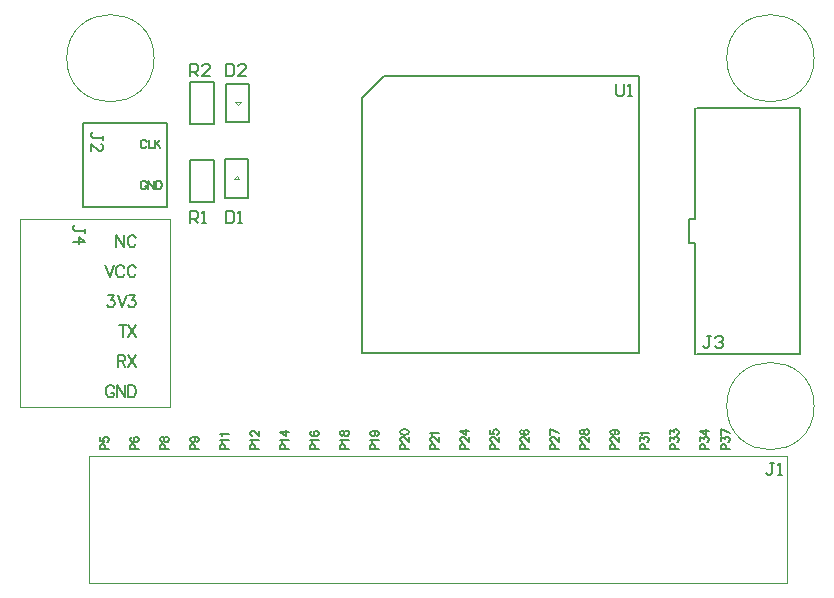
<source format=gto>
G04*
G04 #@! TF.GenerationSoftware,Altium Limited,Altium Designer,19.0.14 (431)*
G04*
G04 Layer_Color=65535*
%FSLAX44Y44*%
%MOMM*%
G71*
G01*
G75*
%ADD10C,0.1000*%
%ADD11C,0.0900*%
%ADD12C,0.2000*%
%ADD13C,0.1524*%
%ADD14C,0.1500*%
%ADD15C,0.1540*%
D10*
X75100Y444500D02*
G03*
X75100Y444500I-37000J0D01*
G01*
X633900D02*
G03*
X633900Y444500I-37000J0D01*
G01*
Y150000D02*
G03*
X633900Y150000I-37000J0D01*
G01*
D11*
X610870Y0D02*
Y107950D01*
X20320D02*
X610870D01*
X20320Y0D02*
Y107950D01*
Y0D02*
X610870D01*
X145000Y344424D02*
X147286Y342138D01*
X145000Y344424D02*
X147286Y342138D01*
X142714D02*
X145000Y344424D01*
X142714Y342138D02*
X147286D01*
X88900Y149250D02*
Y308000D01*
X-38100Y149250D02*
X88900D01*
X-38100D02*
Y308000D01*
X88900D01*
X143764Y407030D02*
X146050Y404744D01*
X143764Y407030D02*
X146050Y404744D01*
X148336Y407030D01*
X143764D02*
X148336D01*
D12*
X105664Y358140D02*
X125984D01*
Y322580D02*
Y358140D01*
X105664Y322580D02*
X125984D01*
X105664D02*
Y358140D01*
X154906Y326390D02*
Y358902D01*
X135348Y326390D02*
X154906D01*
X135348Y358902D02*
X154906D01*
X135348Y326390D02*
Y358902D01*
X105664Y388488D02*
X125984D01*
X105664D02*
Y424048D01*
X125984D01*
Y388488D02*
Y424048D01*
X250698Y194818D02*
Y410718D01*
Y194818D02*
X485902D01*
Y429768D01*
X269748D02*
X485902D01*
X250698Y410718D02*
X269748Y429768D01*
X136144Y390266D02*
Y422778D01*
X155702D01*
X136144Y390266D02*
X155702D01*
Y422778D01*
X43182Y294598D02*
Y284600D01*
Y294598D02*
X49847Y284600D01*
Y294598D02*
Y284600D01*
X59750Y292217D02*
X59274Y293170D01*
X58322Y294122D01*
X57370Y294598D01*
X55465D01*
X54513Y294122D01*
X53561Y293170D01*
X53085Y292217D01*
X52609Y290789D01*
Y288409D01*
X53085Y286980D01*
X53561Y286028D01*
X54513Y285076D01*
X55465Y284600D01*
X57370D01*
X58322Y285076D01*
X59274Y286028D01*
X59750Y286980D01*
X48562Y218398D02*
Y208400D01*
X45229Y218398D02*
X51894D01*
X53085D02*
X59750Y208400D01*
Y218398D02*
X53085Y208400D01*
X33756Y269198D02*
X37564Y259200D01*
X41373Y269198D02*
X37564Y259200D01*
X49800Y266817D02*
X49324Y267770D01*
X48372Y268722D01*
X47419Y269198D01*
X45515D01*
X44563Y268722D01*
X43611Y267770D01*
X43134Y266817D01*
X42658Y265389D01*
Y263009D01*
X43134Y261580D01*
X43611Y260628D01*
X44563Y259676D01*
X45515Y259200D01*
X47419D01*
X48372Y259676D01*
X49324Y260628D01*
X49800Y261580D01*
X59750Y266817D02*
X59274Y267770D01*
X58322Y268722D01*
X57370Y269198D01*
X55465D01*
X54513Y268722D01*
X53561Y267770D01*
X53085Y266817D01*
X52609Y265389D01*
Y263009D01*
X53085Y261580D01*
X53561Y260628D01*
X54513Y259676D01*
X55465Y259200D01*
X57370D01*
X58322Y259676D01*
X59274Y260628D01*
X59750Y261580D01*
X36231Y243798D02*
X41468D01*
X38612Y239989D01*
X40040D01*
X40992Y239513D01*
X41468Y239037D01*
X41944Y237609D01*
Y236656D01*
X41468Y235228D01*
X40516Y234276D01*
X39088Y233800D01*
X37659D01*
X36231Y234276D01*
X35755Y234752D01*
X35279Y235704D01*
X44182Y243798D02*
X47991Y233800D01*
X51799Y243798D02*
X47991Y233800D01*
X54037Y243798D02*
X59274D01*
X56417Y239989D01*
X57846D01*
X58798Y239513D01*
X59274Y239037D01*
X59750Y237609D01*
Y236656D01*
X59274Y235228D01*
X58322Y234276D01*
X56894Y233800D01*
X55465D01*
X54037Y234276D01*
X53561Y234752D01*
X53085Y235704D01*
X44182Y192998D02*
Y183000D01*
Y192998D02*
X48467D01*
X49895Y192522D01*
X50371Y192046D01*
X50847Y191094D01*
Y190141D01*
X50371Y189189D01*
X49895Y188713D01*
X48467Y188237D01*
X44182D01*
X47515D02*
X50847Y183000D01*
X53085Y192998D02*
X59750Y183000D01*
Y192998D02*
X53085Y183000D01*
X41373Y165217D02*
X40897Y166170D01*
X39945Y167122D01*
X38993Y167598D01*
X37088D01*
X36136Y167122D01*
X35184Y166170D01*
X34708Y165217D01*
X34232Y163789D01*
Y161409D01*
X34708Y159980D01*
X35184Y159028D01*
X36136Y158076D01*
X37088Y157600D01*
X38993D01*
X39945Y158076D01*
X40897Y159028D01*
X41373Y159980D01*
Y161409D01*
X38993D02*
X41373D01*
X43658Y167598D02*
Y157600D01*
Y167598D02*
X50323Y157600D01*
Y167598D02*
Y157600D01*
X53085Y167598D02*
Y157600D01*
Y167598D02*
X56417D01*
X57846Y167122D01*
X58798Y166170D01*
X59274Y165217D01*
X59750Y163789D01*
Y161409D01*
X59274Y159980D01*
X58798Y159028D01*
X57846Y158076D01*
X56417Y157600D01*
X53085D01*
D13*
X15240Y389332D02*
X86360D01*
X15240Y318212D02*
Y389332D01*
Y318212D02*
X86360D01*
Y389332D01*
X622300Y194310D02*
Y402590D01*
X533400Y194310D02*
Y288290D01*
X528320D02*
X533400D01*
X528320D02*
Y308610D01*
X533400D01*
Y402590D01*
X534670Y194310D02*
X622300D01*
X534670Y402590D02*
X622300D01*
D14*
X287267Y113260D02*
Y116259D01*
X286934Y117259D01*
X286601Y117592D01*
X285934Y117926D01*
X284935D01*
X284268Y117592D01*
X283935Y117259D01*
X283601Y116259D01*
Y113260D01*
X290600D01*
X285268Y119825D02*
X284935D01*
X284268Y120159D01*
X283935Y120492D01*
X283601Y121158D01*
Y122491D01*
X283935Y123158D01*
X284268Y123491D01*
X284935Y123824D01*
X285601D01*
X286268Y123491D01*
X287267Y122825D01*
X290600Y119492D01*
Y124158D01*
X283601Y127724D02*
X283935Y126724D01*
X284935Y126057D01*
X286601Y125724D01*
X287601D01*
X289267Y126057D01*
X290267Y126724D01*
X290600Y127724D01*
Y128390D01*
X290267Y129390D01*
X289267Y130056D01*
X287601Y130390D01*
X286601D01*
X284935Y130056D01*
X283935Y129390D01*
X283601Y128390D01*
Y127724D01*
X439667Y113260D02*
Y116259D01*
X439334Y117259D01*
X439001Y117592D01*
X438334Y117926D01*
X437335D01*
X436668Y117592D01*
X436335Y117259D01*
X436002Y116259D01*
Y113260D01*
X443000D01*
X437668Y119825D02*
X437335D01*
X436668Y120159D01*
X436335Y120492D01*
X436002Y121158D01*
Y122491D01*
X436335Y123158D01*
X436668Y123491D01*
X437335Y123824D01*
X438001D01*
X438668Y123491D01*
X439667Y122825D01*
X443000Y119492D01*
Y124158D01*
X436002Y127390D02*
X436335Y126390D01*
X437001Y126057D01*
X437668D01*
X438334Y126390D01*
X438668Y127057D01*
X439001Y128390D01*
X439334Y129390D01*
X440001Y130056D01*
X440667Y130390D01*
X441667D01*
X442333Y130056D01*
X442667Y129723D01*
X443000Y128723D01*
Y127390D01*
X442667Y126390D01*
X442333Y126057D01*
X441667Y125724D01*
X440667D01*
X440001Y126057D01*
X439334Y126724D01*
X439001Y127724D01*
X438668Y129057D01*
X438334Y129723D01*
X437668Y130056D01*
X437001D01*
X436335Y129723D01*
X436002Y128723D01*
Y127390D01*
X312667Y113260D02*
Y116259D01*
X312334Y117259D01*
X312001Y117592D01*
X311334Y117926D01*
X310335D01*
X309668Y117592D01*
X309335Y117259D01*
X309002Y116259D01*
Y113260D01*
X316000D01*
X310668Y119825D02*
X310335D01*
X309668Y120159D01*
X309335Y120492D01*
X309002Y121158D01*
Y122491D01*
X309335Y123158D01*
X309668Y123491D01*
X310335Y123824D01*
X311001D01*
X311668Y123491D01*
X312667Y122825D01*
X316000Y119492D01*
Y124158D01*
X310335Y125724D02*
X310001Y126390D01*
X309002Y127390D01*
X316000D01*
X134867Y113260D02*
Y116259D01*
X134534Y117259D01*
X134201Y117592D01*
X133534Y117926D01*
X132535D01*
X131868Y117592D01*
X131535Y117259D01*
X131201Y116259D01*
Y113260D01*
X138200D01*
X132535Y119492D02*
X132201Y120159D01*
X131201Y121158D01*
X138200D01*
X132535Y124624D02*
X132201Y125291D01*
X131201Y126291D01*
X138200D01*
X211067Y113260D02*
Y116259D01*
X210734Y117259D01*
X210401Y117592D01*
X209734Y117926D01*
X208735D01*
X208068Y117592D01*
X207735Y117259D01*
X207402Y116259D01*
Y113260D01*
X214400D01*
X208735Y119492D02*
X208401Y120159D01*
X207402Y121158D01*
X214400D01*
X208401Y128623D02*
X207735Y128290D01*
X207402Y127290D01*
Y126624D01*
X207735Y125624D01*
X208735Y124958D01*
X210401Y124624D01*
X212067D01*
X213400Y124958D01*
X214067Y125624D01*
X214400Y126624D01*
Y126957D01*
X214067Y127957D01*
X213400Y128623D01*
X212400Y128957D01*
X212067D01*
X211067Y128623D01*
X210401Y127957D01*
X210068Y126957D01*
Y126624D01*
X210401Y125624D01*
X211067Y124958D01*
X212067Y124624D01*
X33267Y113260D02*
Y116259D01*
X32934Y117259D01*
X32601Y117592D01*
X31934Y117926D01*
X30935D01*
X30268Y117592D01*
X29935Y117259D01*
X29602Y116259D01*
Y113260D01*
X36600D01*
X29602Y123491D02*
Y120159D01*
X32601Y119825D01*
X32268Y120159D01*
X31934Y121158D01*
Y122158D01*
X32268Y123158D01*
X32934Y123824D01*
X33934Y124158D01*
X34601D01*
X35600Y123824D01*
X36267Y123158D01*
X36600Y122158D01*
Y121158D01*
X36267Y120159D01*
X35933Y119825D01*
X35267Y119492D01*
X541267Y113260D02*
Y116259D01*
X540934Y117259D01*
X540601Y117592D01*
X539934Y117926D01*
X538935D01*
X538268Y117592D01*
X537935Y117259D01*
X537602Y116259D01*
Y113260D01*
X544600D01*
X537602Y120159D02*
Y123824D01*
X540268Y121825D01*
Y122825D01*
X540601Y123491D01*
X540934Y123824D01*
X541934Y124158D01*
X542601D01*
X543600Y123824D01*
X544267Y123158D01*
X544600Y122158D01*
Y121158D01*
X544267Y120159D01*
X543933Y119825D01*
X543267Y119492D01*
X537602Y129057D02*
X542267Y125724D01*
Y130723D01*
X537602Y129057D02*
X544600D01*
X185667Y113260D02*
Y116259D01*
X185334Y117259D01*
X185001Y117592D01*
X184334Y117926D01*
X183335D01*
X182668Y117592D01*
X182335Y117259D01*
X182001Y116259D01*
Y113260D01*
X189000D01*
X183335Y119492D02*
X183001Y120159D01*
X182001Y121158D01*
X189000D01*
X182001Y127957D02*
X186667Y124624D01*
Y129623D01*
X182001Y127957D02*
X189000D01*
X84067Y113260D02*
Y116259D01*
X83734Y117259D01*
X83401Y117592D01*
X82734Y117926D01*
X81735D01*
X81068Y117592D01*
X80735Y117259D01*
X80401Y116259D01*
Y113260D01*
X87400D01*
X80401Y121158D02*
X80735Y120159D01*
X81401Y119825D01*
X82068D01*
X82734Y120159D01*
X83068Y120825D01*
X83401Y122158D01*
X83734Y123158D01*
X84401Y123824D01*
X85067Y124158D01*
X86067D01*
X86734Y123824D01*
X87067Y123491D01*
X87400Y122491D01*
Y121158D01*
X87067Y120159D01*
X86734Y119825D01*
X86067Y119492D01*
X85067D01*
X84401Y119825D01*
X83734Y120492D01*
X83401Y121492D01*
X83068Y122825D01*
X82734Y123491D01*
X82068Y123824D01*
X81401D01*
X80735Y123491D01*
X80401Y122491D01*
Y121158D01*
X363467Y113260D02*
Y116259D01*
X363134Y117259D01*
X362801Y117592D01*
X362134Y117926D01*
X361135D01*
X360468Y117592D01*
X360135Y117259D01*
X359801Y116259D01*
Y113260D01*
X366800D01*
X361468Y119825D02*
X361135D01*
X360468Y120159D01*
X360135Y120492D01*
X359801Y121158D01*
Y122491D01*
X360135Y123158D01*
X360468Y123491D01*
X361135Y123824D01*
X361801D01*
X362468Y123491D01*
X363467Y122825D01*
X366800Y119492D01*
Y124158D01*
X359801Y129723D02*
Y126390D01*
X362801Y126057D01*
X362468Y126390D01*
X362134Y127390D01*
Y128390D01*
X362468Y129390D01*
X363134Y130056D01*
X364134Y130390D01*
X364800D01*
X365800Y130056D01*
X366467Y129390D01*
X366800Y128390D01*
Y127390D01*
X366467Y126390D01*
X366133Y126057D01*
X365467Y125724D01*
X388867Y113260D02*
Y116259D01*
X388534Y117259D01*
X388201Y117592D01*
X387534Y117926D01*
X386535D01*
X385868Y117592D01*
X385535Y117259D01*
X385201Y116259D01*
Y113260D01*
X392200D01*
X386868Y119825D02*
X386535D01*
X385868Y120159D01*
X385535Y120492D01*
X385201Y121158D01*
Y122491D01*
X385535Y123158D01*
X385868Y123491D01*
X386535Y123824D01*
X387201D01*
X387868Y123491D01*
X388867Y122825D01*
X392200Y119492D01*
Y124158D01*
X386201Y129723D02*
X385535Y129390D01*
X385201Y128390D01*
Y127724D01*
X385535Y126724D01*
X386535Y126057D01*
X388201Y125724D01*
X389867D01*
X391200Y126057D01*
X391867Y126724D01*
X392200Y127724D01*
Y128057D01*
X391867Y129057D01*
X391200Y129723D01*
X390201Y130056D01*
X389867D01*
X388867Y129723D01*
X388201Y129057D01*
X387868Y128057D01*
Y127724D01*
X388201Y126724D01*
X388867Y126057D01*
X389867Y125724D01*
X261867Y113260D02*
Y116259D01*
X261534Y117259D01*
X261201Y117592D01*
X260534Y117926D01*
X259535D01*
X258868Y117592D01*
X258535Y117259D01*
X258202Y116259D01*
Y113260D01*
X265200D01*
X259535Y119492D02*
X259201Y120159D01*
X258202Y121158D01*
X265200D01*
X260534Y128957D02*
X261534Y128623D01*
X262201Y127957D01*
X262534Y126957D01*
Y126624D01*
X262201Y125624D01*
X261534Y124958D01*
X260534Y124624D01*
X260201D01*
X259201Y124958D01*
X258535Y125624D01*
X258202Y126624D01*
Y126957D01*
X258535Y127957D01*
X259201Y128623D01*
X260534Y128957D01*
X262201D01*
X263867Y128623D01*
X264867Y127957D01*
X265200Y126957D01*
Y126291D01*
X264867Y125291D01*
X264200Y124958D01*
X465067Y113260D02*
Y116259D01*
X464734Y117259D01*
X464401Y117592D01*
X463734Y117926D01*
X462735D01*
X462068Y117592D01*
X461735Y117259D01*
X461401Y116259D01*
Y113260D01*
X468400D01*
X463068Y119825D02*
X462735D01*
X462068Y120159D01*
X461735Y120492D01*
X461401Y121158D01*
Y122491D01*
X461735Y123158D01*
X462068Y123491D01*
X462735Y123824D01*
X463401D01*
X464068Y123491D01*
X465067Y122825D01*
X468400Y119492D01*
Y124158D01*
X463734Y130056D02*
X464734Y129723D01*
X465401Y129057D01*
X465734Y128057D01*
Y127724D01*
X465401Y126724D01*
X464734Y126057D01*
X463734Y125724D01*
X463401D01*
X462401Y126057D01*
X461735Y126724D01*
X461401Y127724D01*
Y128057D01*
X461735Y129057D01*
X462401Y129723D01*
X463734Y130056D01*
X465401D01*
X467067Y129723D01*
X468067Y129057D01*
X468400Y128057D01*
Y127390D01*
X468067Y126390D01*
X467400Y126057D01*
X68729Y338861D02*
X68396Y339527D01*
X67729Y340194D01*
X67063Y340527D01*
X65729D01*
X65063Y340194D01*
X64397Y339527D01*
X64063Y338861D01*
X63730Y337861D01*
Y336194D01*
X64063Y335195D01*
X64397Y334528D01*
X65063Y333862D01*
X65729Y333528D01*
X67063D01*
X67729Y333862D01*
X68396Y334528D01*
X68729Y335195D01*
Y336194D01*
X67063D02*
X68729D01*
X70329Y340527D02*
Y333528D01*
Y340527D02*
X74994Y333528D01*
Y340527D02*
Y333528D01*
X76927Y340527D02*
Y333528D01*
Y340527D02*
X79260D01*
X80260Y340194D01*
X80926Y339527D01*
X81260Y338861D01*
X81593Y337861D01*
Y336194D01*
X81260Y335195D01*
X80926Y334528D01*
X80260Y333862D01*
X79260Y333528D01*
X76927D01*
X160267Y113260D02*
Y116259D01*
X159934Y117259D01*
X159601Y117592D01*
X158934Y117926D01*
X157935D01*
X157268Y117592D01*
X156935Y117259D01*
X156601Y116259D01*
Y113260D01*
X163600D01*
X157935Y119492D02*
X157601Y120159D01*
X156601Y121158D01*
X163600D01*
X158268Y124958D02*
X157935D01*
X157268Y125291D01*
X156935Y125624D01*
X156601Y126291D01*
Y127624D01*
X156935Y128290D01*
X157268Y128623D01*
X157935Y128957D01*
X158601D01*
X159268Y128623D01*
X160267Y127957D01*
X163600Y124624D01*
Y129290D01*
X58667Y113260D02*
Y116259D01*
X58334Y117259D01*
X58001Y117592D01*
X57334Y117926D01*
X56335D01*
X55668Y117592D01*
X55335Y117259D01*
X55002Y116259D01*
Y113260D01*
X62000D01*
X56001Y123491D02*
X55335Y123158D01*
X55002Y122158D01*
Y121492D01*
X55335Y120492D01*
X56335Y119825D01*
X58001Y119492D01*
X59667D01*
X61000Y119825D01*
X61667Y120492D01*
X62000Y121492D01*
Y121825D01*
X61667Y122825D01*
X61000Y123491D01*
X60001Y123824D01*
X59667D01*
X58667Y123491D01*
X58001Y122825D01*
X57668Y121825D01*
Y121492D01*
X58001Y120492D01*
X58667Y119825D01*
X59667Y119492D01*
X559047Y113260D02*
Y116259D01*
X558714Y117259D01*
X558381Y117592D01*
X557714Y117926D01*
X556715D01*
X556048Y117592D01*
X555715Y117259D01*
X555382Y116259D01*
Y113260D01*
X562380D01*
X555382Y120159D02*
Y123824D01*
X558048Y121825D01*
Y122825D01*
X558381Y123491D01*
X558714Y123824D01*
X559714Y124158D01*
X560381D01*
X561380Y123824D01*
X562047Y123158D01*
X562380Y122158D01*
Y121158D01*
X562047Y120159D01*
X561713Y119825D01*
X561047Y119492D01*
X555382Y130390D02*
X562380Y127057D01*
X555382Y125724D02*
Y130390D01*
X68729Y373862D02*
X68396Y374529D01*
X67729Y375195D01*
X67063Y375528D01*
X65729D01*
X65063Y375195D01*
X64397Y374529D01*
X64063Y373862D01*
X63730Y372862D01*
Y371196D01*
X64063Y370196D01*
X64397Y369530D01*
X65063Y368863D01*
X65729Y368530D01*
X67063D01*
X67729Y368863D01*
X68396Y369530D01*
X68729Y370196D01*
X70695Y375528D02*
Y368530D01*
X74694D01*
X75461Y375528D02*
Y368530D01*
X80126Y375528D02*
X75461Y370863D01*
X77127Y372529D02*
X80126Y368530D01*
X236467Y113260D02*
Y116259D01*
X236134Y117259D01*
X235801Y117592D01*
X235134Y117926D01*
X234135D01*
X233468Y117592D01*
X233135Y117259D01*
X232801Y116259D01*
Y113260D01*
X239800D01*
X234135Y119492D02*
X233801Y120159D01*
X232801Y121158D01*
X239800D01*
X232801Y126291D02*
X233135Y125291D01*
X233801Y124958D01*
X234468D01*
X235134Y125291D01*
X235468Y125957D01*
X235801Y127290D01*
X236134Y128290D01*
X236801Y128957D01*
X237467Y129290D01*
X238467D01*
X239133Y128957D01*
X239467Y128623D01*
X239800Y127624D01*
Y126291D01*
X239467Y125291D01*
X239133Y124958D01*
X238467Y124624D01*
X237467D01*
X236801Y124958D01*
X236134Y125624D01*
X235801Y126624D01*
X235468Y127957D01*
X235134Y128623D01*
X234468Y128957D01*
X233801D01*
X233135Y128623D01*
X232801Y127624D01*
Y126291D01*
X515867Y113260D02*
Y116259D01*
X515534Y117259D01*
X515201Y117592D01*
X514534Y117926D01*
X513535D01*
X512868Y117592D01*
X512535Y117259D01*
X512201Y116259D01*
Y113260D01*
X519200D01*
X512201Y120159D02*
Y123824D01*
X514868Y121825D01*
Y122825D01*
X515201Y123491D01*
X515534Y123824D01*
X516534Y124158D01*
X517201D01*
X518200Y123824D01*
X518867Y123158D01*
X519200Y122158D01*
Y121158D01*
X518867Y120159D01*
X518534Y119825D01*
X517867Y119492D01*
X512201Y126390D02*
Y130056D01*
X514868Y128057D01*
Y129057D01*
X515201Y129723D01*
X515534Y130056D01*
X516534Y130390D01*
X517201D01*
X518200Y130056D01*
X518867Y129390D01*
X519200Y128390D01*
Y127390D01*
X518867Y126390D01*
X518534Y126057D01*
X517867Y125724D01*
X414267Y113260D02*
Y116259D01*
X413934Y117259D01*
X413601Y117592D01*
X412934Y117926D01*
X411935D01*
X411268Y117592D01*
X410935Y117259D01*
X410602Y116259D01*
Y113260D01*
X417600D01*
X412268Y119825D02*
X411935D01*
X411268Y120159D01*
X410935Y120492D01*
X410602Y121158D01*
Y122491D01*
X410935Y123158D01*
X411268Y123491D01*
X411935Y123824D01*
X412601D01*
X413268Y123491D01*
X414267Y122825D01*
X417600Y119492D01*
Y124158D01*
X410602Y130390D02*
X417600Y127057D01*
X410602Y125724D02*
Y130390D01*
X338067Y113260D02*
Y116259D01*
X337734Y117259D01*
X337401Y117592D01*
X336734Y117926D01*
X335735D01*
X335068Y117592D01*
X334735Y117259D01*
X334402Y116259D01*
Y113260D01*
X341400D01*
X336068Y119825D02*
X335735D01*
X335068Y120159D01*
X334735Y120492D01*
X334402Y121158D01*
Y122491D01*
X334735Y123158D01*
X335068Y123491D01*
X335735Y123824D01*
X336401D01*
X337068Y123491D01*
X338067Y122825D01*
X341400Y119492D01*
Y124158D01*
X334402Y129057D02*
X339067Y125724D01*
Y130723D01*
X334402Y129057D02*
X341400D01*
X109467Y113260D02*
Y116259D01*
X109134Y117259D01*
X108801Y117592D01*
X108134Y117926D01*
X107135D01*
X106468Y117592D01*
X106135Y117259D01*
X105801Y116259D01*
Y113260D01*
X112800D01*
X108134Y123824D02*
X109134Y123491D01*
X109801Y122825D01*
X110134Y121825D01*
Y121492D01*
X109801Y120492D01*
X109134Y119825D01*
X108134Y119492D01*
X107801D01*
X106801Y119825D01*
X106135Y120492D01*
X105801Y121492D01*
Y121825D01*
X106135Y122825D01*
X106801Y123491D01*
X108134Y123824D01*
X109801D01*
X111467Y123491D01*
X112467Y122825D01*
X112800Y121825D01*
Y121158D01*
X112467Y120159D01*
X111800Y119825D01*
X490467Y113260D02*
Y116259D01*
X490134Y117259D01*
X489801Y117592D01*
X489134Y117926D01*
X488135D01*
X487468Y117592D01*
X487135Y117259D01*
X486801Y116259D01*
Y113260D01*
X493800D01*
X486801Y120159D02*
Y123824D01*
X489468Y121825D01*
Y122825D01*
X489801Y123491D01*
X490134Y123824D01*
X491134Y124158D01*
X491800D01*
X492800Y123824D01*
X493467Y123158D01*
X493800Y122158D01*
Y121158D01*
X493467Y120159D01*
X493134Y119825D01*
X492467Y119492D01*
X488135Y125724D02*
X487801Y126390D01*
X486801Y127390D01*
X493800D01*
D15*
X599754Y101437D02*
X596422D01*
X598088D01*
Y93106D01*
X596422Y91440D01*
X594756D01*
X593090Y93106D01*
X603087Y91440D02*
X606419D01*
X604753D01*
Y101437D01*
X603087Y99771D01*
X466090Y422747D02*
Y414416D01*
X467756Y412750D01*
X471088D01*
X472755Y414416D01*
Y422747D01*
X476087Y412750D02*
X479419D01*
X477753D01*
Y422747D01*
X476087Y421081D01*
X105664Y429768D02*
Y439765D01*
X110662D01*
X112329Y438099D01*
Y434766D01*
X110662Y433100D01*
X105664D01*
X108996D02*
X112329Y429768D01*
X122325D02*
X115661D01*
X122325Y436432D01*
Y438099D01*
X120659Y439765D01*
X117327D01*
X115661Y438099D01*
X105664Y304800D02*
Y314797D01*
X110662D01*
X112329Y313131D01*
Y309798D01*
X110662Y308132D01*
X105664D01*
X108996D02*
X112329Y304800D01*
X115661D02*
X118993D01*
X117327D01*
Y314797D01*
X115661Y313131D01*
X16347Y296866D02*
Y300198D01*
Y298532D01*
X8016D01*
X6350Y300198D01*
Y301864D01*
X8016Y303530D01*
X6350Y288535D02*
X16347D01*
X11348Y293533D01*
Y286869D01*
X546414Y209387D02*
X543082D01*
X544748D01*
Y201056D01*
X543082Y199390D01*
X541416D01*
X539750Y201056D01*
X549747Y207721D02*
X551413Y209387D01*
X554745D01*
X556411Y207721D01*
Y206054D01*
X554745Y204388D01*
X553079D01*
X554745D01*
X556411Y202722D01*
Y201056D01*
X554745Y199390D01*
X551413D01*
X549747Y201056D01*
X31587Y375606D02*
Y378938D01*
Y377272D01*
X23256D01*
X21590Y378938D01*
Y380604D01*
X23256Y382270D01*
X21590Y365609D02*
Y372273D01*
X28254Y365609D01*
X29921D01*
X31587Y367275D01*
Y370607D01*
X29921Y372273D01*
X136144Y439765D02*
Y429768D01*
X141142D01*
X142809Y431434D01*
Y438099D01*
X141142Y439765D01*
X136144D01*
X152805Y429768D02*
X146141D01*
X152805Y436432D01*
Y438099D01*
X151139Y439765D01*
X147807D01*
X146141Y438099D01*
X136144Y314797D02*
Y304800D01*
X141142D01*
X142809Y306466D01*
Y313131D01*
X141142Y314797D01*
X136144D01*
X146141Y304800D02*
X149473D01*
X147807D01*
Y314797D01*
X146141Y313131D01*
M02*

</source>
